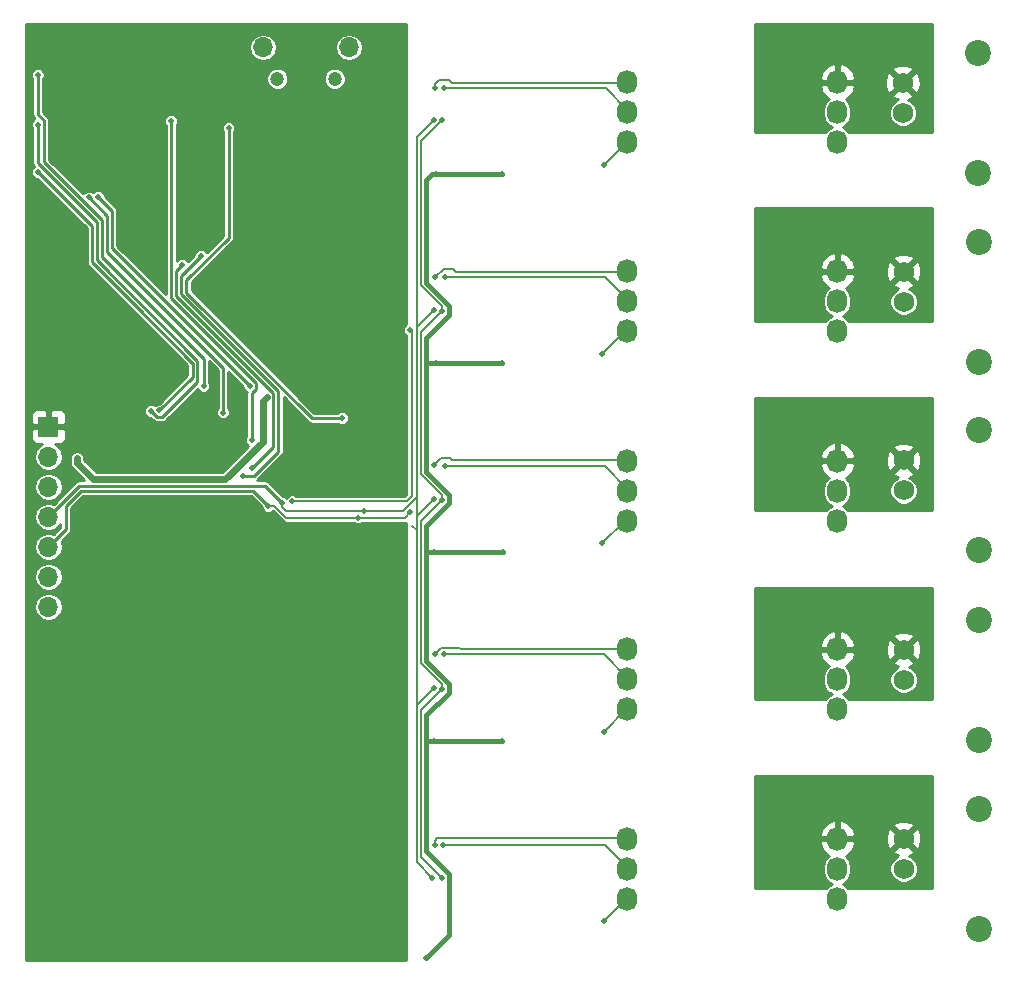
<source format=gbr>
G04 #@! TF.FileFunction,Copper,L2,Bot,Signal*
%FSLAX46Y46*%
G04 Gerber Fmt 4.6, Leading zero omitted, Abs format (unit mm)*
G04 Created by KiCad (PCBNEW 4.0.7-e2-6376~58~ubuntu16.04.1) date Fri Nov 17 10:51:42 2017*
%MOMM*%
%LPD*%
G01*
G04 APERTURE LIST*
%ADD10C,0.100000*%
%ADD11C,1.200000*%
%ADD12O,1.700000X1.700000*%
%ADD13O,1.727200X2.032000*%
%ADD14C,1.727200*%
%ADD15C,2.200000*%
%ADD16R,1.700000X1.700000*%
%ADD17C,0.500000*%
%ADD18C,0.203000*%
%ADD19C,0.254000*%
%ADD20C,0.587000*%
%ADD21C,0.381000*%
G04 APERTURE END LIST*
D10*
D11*
X142315500Y-62421500D03*
X137465500Y-62421500D03*
D12*
X143515500Y-59771500D03*
X136265500Y-59771500D03*
D13*
X167100720Y-62703988D03*
X167100720Y-65243988D03*
X167100720Y-67783988D03*
X184880720Y-62703988D03*
X184880720Y-65243988D03*
X184880720Y-67783988D03*
X167100720Y-78719988D03*
X167100720Y-81259988D03*
X167100720Y-83799988D03*
X184880720Y-78719988D03*
X184880720Y-81259988D03*
X184880720Y-83799988D03*
X167100720Y-94749988D03*
X167100720Y-97289988D03*
X167100720Y-99829988D03*
X184880720Y-94749988D03*
X184880720Y-97289988D03*
X184880720Y-99829988D03*
X167095120Y-110736488D03*
X167095120Y-113276488D03*
X167095120Y-115816488D03*
X184875120Y-110736488D03*
X184875120Y-113276488D03*
X184875120Y-115816488D03*
X167095120Y-126753988D03*
X167095120Y-129293988D03*
X167095120Y-131833988D03*
X184875120Y-126753988D03*
X184875120Y-129293988D03*
X184875120Y-131833988D03*
D14*
X190484000Y-126746000D03*
X190484000Y-129286000D03*
D15*
X196834000Y-124206000D03*
X196834000Y-134366000D03*
D14*
X190484000Y-110744000D03*
X190484000Y-113284000D03*
D15*
X196834000Y-108204000D03*
X196834000Y-118364000D03*
D14*
X190484000Y-78740000D03*
X190484000Y-81280000D03*
D15*
X196834000Y-76200000D03*
X196834000Y-86360000D03*
D14*
X190484000Y-94738000D03*
X190484000Y-97278000D03*
D15*
X196834000Y-92198000D03*
X196834000Y-102358000D03*
D14*
X190420500Y-62738000D03*
X190420500Y-65278000D03*
D15*
X196770500Y-60198000D03*
X196770500Y-70358000D03*
D16*
X118084600Y-91871800D03*
D12*
X118084600Y-94411800D03*
X118084600Y-96951800D03*
X118084600Y-99491800D03*
X118084600Y-102031800D03*
X118084600Y-104571800D03*
X118084600Y-107111800D03*
D17*
X143916400Y-70358000D03*
X143916400Y-72034400D03*
X134747000Y-82118200D03*
X135839200Y-83159600D03*
X119100600Y-67640200D03*
X119100600Y-63601600D03*
X119100600Y-59588400D03*
X125730000Y-96316800D03*
X136550400Y-89331800D03*
X120497600Y-94564200D03*
X144780000Y-99034600D03*
X137871200Y-98336801D03*
X150705706Y-82007657D03*
X150718888Y-65882888D03*
X150701475Y-98013888D03*
X150701959Y-114015404D03*
X150558500Y-130052090D03*
X144272000Y-99568000D03*
X136702800Y-98577400D03*
X148717000Y-99136200D03*
X151384000Y-130048000D03*
X151384000Y-114046000D03*
X151384000Y-98044000D03*
X151384000Y-82042000D03*
X151401413Y-65913000D03*
X165100000Y-69723000D03*
X164973000Y-85725000D03*
X164973000Y-101727000D03*
X165100000Y-117729000D03*
X165100000Y-133731000D03*
X150799800Y-63195200D03*
X151587200Y-63241900D03*
X150850600Y-79197200D03*
X151663400Y-79241900D03*
X150749000Y-95097600D03*
X151638000Y-95241900D03*
X150774400Y-111125000D03*
X151536400Y-111125000D03*
X150774400Y-127279400D03*
X151511000Y-127254000D03*
X135331200Y-95402400D03*
X129409010Y-78181200D03*
X134543800Y-96062800D03*
X131013200Y-77419200D03*
X121488200Y-72466200D03*
X132867400Y-90678000D03*
X122301000Y-72440800D03*
X135153400Y-88417400D03*
X133335982Y-66584782D03*
X142951200Y-91160600D03*
X127482600Y-90500200D03*
X117195600Y-70332600D03*
X126746000Y-90525600D03*
X117170200Y-66294000D03*
X131216400Y-88417400D03*
X117170200Y-62103000D03*
X128473200Y-65989200D03*
X135305800Y-93014800D03*
X150876000Y-86487000D03*
X156464000Y-86487000D03*
X150876000Y-70485000D03*
X156464000Y-70485000D03*
X156591000Y-102489000D03*
X150749000Y-102489000D03*
X156464000Y-118491000D03*
X150749000Y-118491000D03*
X150083000Y-136842500D03*
X148691600Y-83667600D03*
X138734800Y-98196400D03*
D18*
X143916400Y-70358000D02*
X143916400Y-72034400D01*
D19*
X134747000Y-82118200D02*
X134797800Y-82118200D01*
X134797800Y-82118200D02*
X135839200Y-83159600D01*
X119100600Y-67640200D02*
X119100600Y-63601600D01*
X119100600Y-63601600D02*
X119100600Y-63248047D01*
X119100600Y-63248047D02*
X119100600Y-59588400D01*
D20*
X121896647Y-96316800D02*
X125730000Y-96316800D01*
X125730000Y-96316800D02*
X133033734Y-96316800D01*
X133033734Y-96316800D02*
X136208734Y-93141800D01*
X120497600Y-94564200D02*
X120497600Y-94917753D01*
X120497600Y-94917753D02*
X121896647Y-96316800D01*
X136208734Y-93141800D02*
X136208734Y-89673466D01*
X136208734Y-89673466D02*
X136550400Y-89331800D01*
D18*
X137871200Y-98336801D02*
X137871200Y-98690354D01*
X137871200Y-98690354D02*
X138215446Y-99034600D01*
X144780000Y-99034600D02*
X138215446Y-99034600D01*
X149250590Y-99034600D02*
X149250590Y-97612200D01*
X149250590Y-97612200D02*
X149250590Y-83522997D01*
X144780000Y-99034600D02*
X148072826Y-99034600D01*
X148072826Y-99034600D02*
X149250590Y-97856836D01*
X149250590Y-97856836D02*
X149250590Y-97612200D01*
D19*
X137871200Y-98336801D02*
X136424109Y-96889710D01*
X136424109Y-96889710D02*
X120686690Y-96889710D01*
X120686690Y-96889710D02*
X118084600Y-99491800D01*
D18*
X149250590Y-99464773D02*
X149250590Y-99034600D01*
X149250590Y-98924016D02*
X149250590Y-99034600D01*
X149250590Y-115466773D02*
X149250590Y-101066600D01*
X149250590Y-101066600D02*
X149250590Y-99464773D01*
X148894800Y-100304600D02*
X149250590Y-100660390D01*
X149250590Y-100660390D02*
X149250590Y-101066600D01*
X150749000Y-82024587D02*
X150732070Y-82007657D01*
X149250590Y-83462773D02*
X150455707Y-82257656D01*
X149250590Y-83522997D02*
X149250590Y-83462773D01*
X150732070Y-82007657D02*
X150705706Y-82007657D01*
X150455707Y-82257656D02*
X150705706Y-82007657D01*
X149250590Y-83522997D02*
X149250590Y-67351186D01*
X150468889Y-66132887D02*
X150718888Y-65882888D01*
X149250590Y-67351186D02*
X150468889Y-66132887D01*
X150731587Y-97983776D02*
X150701475Y-98013888D01*
X150451476Y-98263887D02*
X150701475Y-98013888D01*
X149250590Y-99464773D02*
X150451476Y-98263887D01*
X150451960Y-114265403D02*
X150701959Y-114015404D01*
X149250590Y-128744180D02*
X149250590Y-115466773D01*
X149250590Y-115466773D02*
X150451960Y-114265403D01*
X150558500Y-130052090D02*
X149250590Y-128744180D01*
X150731587Y-113985776D02*
X150701959Y-114015404D01*
X144272000Y-99568000D02*
X148285200Y-99568000D01*
X148285200Y-99568000D02*
X148717000Y-99136200D01*
X136702800Y-98577400D02*
X137219558Y-98577400D01*
X143918447Y-99568000D02*
X144272000Y-99568000D01*
X137219558Y-98577400D02*
X138210158Y-99568000D01*
X138210158Y-99568000D02*
X143918447Y-99568000D01*
D19*
X118084600Y-102031800D02*
X119557800Y-100558600D01*
X119557800Y-98593350D02*
X119557800Y-100558600D01*
X120855030Y-97296120D02*
X119557800Y-98593350D01*
X136702800Y-98577400D02*
X135421520Y-97296120D01*
X135421520Y-97296120D02*
X120855030Y-97296120D01*
D18*
X149606000Y-83820000D02*
X151384000Y-82042000D01*
X149606000Y-95912447D02*
X149606000Y-83820000D01*
X151384000Y-98044000D02*
X151384000Y-97690447D01*
X151384000Y-97690447D02*
X149606000Y-95912447D01*
X149606000Y-79910447D02*
X149606000Y-67708413D01*
X149606000Y-67708413D02*
X151401413Y-65913000D01*
X151384000Y-82042000D02*
X151384000Y-81688447D01*
X151384000Y-81688447D02*
X149606000Y-79910447D01*
X149606000Y-111914447D02*
X149606000Y-99822000D01*
X149606000Y-99822000D02*
X151384000Y-98044000D01*
X151384000Y-114046000D02*
X151384000Y-113692447D01*
X151384000Y-113692447D02*
X149606000Y-111914447D01*
X151384000Y-114046000D02*
X149606000Y-115824000D01*
X149606000Y-115824000D02*
X149606000Y-128270000D01*
X149606000Y-128270000D02*
X151384000Y-130048000D01*
X151384000Y-65930413D02*
X151401413Y-65913000D01*
X165100000Y-69723000D02*
X167039012Y-67783988D01*
X167039012Y-67783988D02*
X167100720Y-67783988D01*
X164973000Y-85725000D02*
X166898012Y-83799988D01*
X166898012Y-83799988D02*
X167100720Y-83799988D01*
X164973000Y-101727000D02*
X166870012Y-99829988D01*
X166870012Y-99829988D02*
X167100720Y-99829988D01*
X165100000Y-117729000D02*
X167012512Y-115816488D01*
X167012512Y-115816488D02*
X167095120Y-115816488D01*
X165100000Y-133731000D02*
X166997012Y-131833988D01*
X166997012Y-131833988D02*
X167095120Y-131833988D01*
X152247600Y-62738000D02*
X153416000Y-62738000D01*
X151155400Y-62484000D02*
X151993600Y-62484000D01*
X151993600Y-62484000D02*
X152247600Y-62738000D01*
X150903447Y-62735953D02*
X151155400Y-62484000D01*
X150903447Y-62738000D02*
X150903447Y-62735953D01*
X150799800Y-63195200D02*
X150799800Y-62841647D01*
X150799800Y-62841647D02*
X150903447Y-62738000D01*
X153416000Y-62738000D02*
X167195500Y-62738000D01*
X151587200Y-63241900D02*
X165251032Y-63241900D01*
X165251032Y-63241900D02*
X167100720Y-65091588D01*
X167100720Y-65091588D02*
X167100720Y-65243988D01*
X150850600Y-79197200D02*
X151561800Y-78486000D01*
X151561800Y-78486000D02*
X152376600Y-78486000D01*
X152376600Y-78486000D02*
X152628600Y-78738000D01*
X152628600Y-78738000D02*
X153418000Y-78738000D01*
X153416000Y-78740000D02*
X153418000Y-78738000D01*
X167195500Y-78738000D02*
X153418000Y-78738000D01*
X151663400Y-79241900D02*
X165235032Y-79241900D01*
X165235032Y-79241900D02*
X167100720Y-81107588D01*
X167100720Y-81107588D02*
X167100720Y-81259988D01*
X167195500Y-94738000D02*
X152247600Y-94738000D01*
X152247600Y-94738000D02*
X152048400Y-94538800D01*
X152048400Y-94538800D02*
X151307800Y-94538800D01*
X151307800Y-94538800D02*
X150749000Y-95097600D01*
X151638000Y-95241900D02*
X165205032Y-95241900D01*
X165205032Y-95241900D02*
X167100720Y-97137588D01*
X167100720Y-97137588D02*
X167100720Y-97289988D01*
X150774400Y-111125000D02*
X151278301Y-110621099D01*
X151278301Y-110621099D02*
X152860599Y-110621099D01*
X152860599Y-110621099D02*
X152977500Y-110738000D01*
X152977500Y-110738000D02*
X153168000Y-110738000D01*
X153168000Y-110738000D02*
X167195500Y-110738000D01*
X151536400Y-111125000D02*
X165096032Y-111125000D01*
X165096032Y-111125000D02*
X167095120Y-113124088D01*
X167095120Y-113124088D02*
X167095120Y-113276488D01*
X150774400Y-127279400D02*
X150774400Y-126925847D01*
X150962247Y-126738000D02*
X153289000Y-126738000D01*
X150774400Y-126925847D02*
X150962247Y-126738000D01*
X153289000Y-126738000D02*
X167195500Y-126738000D01*
X151511000Y-127254000D02*
X165207532Y-127254000D01*
X165207532Y-127254000D02*
X167095120Y-129141588D01*
X167095120Y-129141588D02*
X167095120Y-129293988D01*
X151511000Y-127254000D02*
X151892000Y-127254000D01*
D19*
X135331200Y-95402400D02*
X137123309Y-93610291D01*
X137123309Y-93610291D02*
X137123309Y-89050559D01*
X137123309Y-89050559D02*
X128879610Y-80806860D01*
X128879610Y-80806860D02*
X128879610Y-78710600D01*
X128879610Y-78710600D02*
X129409010Y-78181200D01*
X131013200Y-77419200D02*
X129286020Y-79146380D01*
X137529719Y-88863319D02*
X137529719Y-93987395D01*
X129286020Y-79146380D02*
X129286020Y-80619620D01*
X129286020Y-80619620D02*
X137529719Y-88863319D01*
X137529719Y-93987395D02*
X135454314Y-96062800D01*
X135454314Y-96062800D02*
X134543800Y-96062800D01*
X121488200Y-72466200D02*
X123037600Y-74015600D01*
X123037600Y-74015600D02*
X123037600Y-77063600D01*
X123037600Y-77063600D02*
X132867400Y-86893400D01*
X132867400Y-86893400D02*
X132867400Y-87249000D01*
X132867400Y-87249000D02*
X132867400Y-90678000D01*
X123469400Y-73609200D02*
X122301000Y-72440800D01*
X123469400Y-73609200D02*
X123469400Y-76733400D01*
X123469400Y-76733400D02*
X126517400Y-79781400D01*
X135153400Y-88417400D02*
X126517400Y-79781400D01*
X142951200Y-91160600D02*
X140401750Y-91160600D01*
X140401750Y-91160600D02*
X129768600Y-80527450D01*
X129768600Y-80527450D02*
X129768600Y-79447314D01*
X129768600Y-79447314D02*
X133335982Y-75879932D01*
X133335982Y-75879932D02*
X133335982Y-66584782D01*
X130280589Y-87630000D02*
X130280589Y-86448141D01*
X127482600Y-90500200D02*
X130280589Y-87702211D01*
X130280589Y-87702211D02*
X130280589Y-87630000D01*
X121767580Y-77935132D02*
X121767580Y-74904580D01*
X121767580Y-74904580D02*
X119024380Y-72161380D01*
X125501400Y-81668952D02*
X121767580Y-77935132D01*
X119024380Y-72161380D02*
X117195600Y-70332600D01*
X125501400Y-81686400D02*
X125501400Y-81668952D01*
X130280589Y-86448141D02*
X130263141Y-86448141D01*
X130263141Y-86448141D02*
X125501400Y-81686400D01*
X130686999Y-86279801D02*
X130686999Y-87782400D01*
X126746000Y-90525600D02*
X127250001Y-91029601D01*
X127250001Y-91029601D02*
X127736713Y-91029601D01*
X127736713Y-91029601D02*
X130686999Y-88079315D01*
X130686999Y-88079315D02*
X130686999Y-87782400D01*
X117170200Y-66294000D02*
X117170200Y-69523686D01*
X117170200Y-69523686D02*
X122173990Y-74527476D01*
X122173990Y-74527476D02*
X122173990Y-77766792D01*
X122173990Y-77766792D02*
X130686999Y-86279801D01*
X131216400Y-88417400D02*
X131216400Y-86172750D01*
X117690264Y-69469000D02*
X117699601Y-69459663D01*
X131216400Y-86172750D02*
X122580400Y-77536750D01*
X117699601Y-65959801D02*
X117170200Y-65430400D01*
X122580400Y-77536750D02*
X122580400Y-74345800D01*
X117699601Y-69459663D02*
X117699601Y-65959801D01*
X122580400Y-74345800D02*
X117703600Y-69469000D01*
X117703600Y-69469000D02*
X117690264Y-69469000D01*
X117170200Y-65430400D02*
X117170200Y-62103000D01*
X135682801Y-88184801D02*
X128473200Y-80975200D01*
X128473200Y-80975200D02*
X128473200Y-65989200D01*
X135305800Y-93014800D02*
X135305800Y-89048514D01*
X135305800Y-89048514D02*
X135682801Y-88671513D01*
X135682801Y-88671513D02*
X135682801Y-88184801D01*
D21*
X150050410Y-84366190D02*
X150050410Y-86487000D01*
X150050410Y-86487000D02*
X150050410Y-95728367D01*
X150876000Y-86487000D02*
X150522447Y-86487000D01*
X150522447Y-86487000D02*
X150050410Y-86487000D01*
X150050410Y-100255084D02*
X150050410Y-102489000D01*
X150050410Y-102489000D02*
X150050410Y-111721810D01*
X150395447Y-102489000D02*
X150050410Y-102489000D01*
X151976901Y-81652858D02*
X151976901Y-82439699D01*
X151976901Y-82439699D02*
X150050410Y-84366190D01*
X150050410Y-95728367D02*
X151976901Y-97654858D01*
X151976901Y-97654858D02*
X151976901Y-98328593D01*
X151976901Y-98328593D02*
X150050410Y-100255084D01*
X150050410Y-111721810D02*
X151976901Y-113648301D01*
X150876000Y-86487000D02*
X151229553Y-86487000D01*
X151229553Y-86487000D02*
X156464000Y-86487000D01*
X150749000Y-102489000D02*
X150395447Y-102489000D01*
X150050410Y-116319390D02*
X150050410Y-118491000D01*
X150050410Y-118491000D02*
X150050410Y-127836916D01*
X150749000Y-118491000D02*
X150395447Y-118491000D01*
X150395447Y-118491000D02*
X150050410Y-118491000D01*
X150876000Y-70485000D02*
X150522447Y-70485000D01*
X151976901Y-134948599D02*
X150083000Y-136842500D01*
X151976901Y-114392899D02*
X150050410Y-116319390D01*
X150522447Y-70485000D02*
X150050410Y-70957037D01*
X150050410Y-70957037D02*
X150050410Y-79726367D01*
X150050410Y-79726367D02*
X151976901Y-81652858D01*
X150050410Y-127836916D02*
X151976901Y-129763407D01*
X151976901Y-113648301D02*
X151976901Y-114392899D01*
X151976901Y-129763407D02*
X151976901Y-134948599D01*
X150876000Y-70485000D02*
X156464000Y-70485000D01*
X150749000Y-102489000D02*
X156591000Y-102489000D01*
X150749000Y-118491000D02*
X151102553Y-118491000D01*
X151102553Y-118491000D02*
X156464000Y-118491000D01*
D18*
X148895180Y-83871180D02*
X148691600Y-83667600D01*
X138734800Y-98196400D02*
X148408402Y-98196400D01*
X148408402Y-98196400D02*
X148895180Y-97709622D01*
X148895180Y-97709622D02*
X148895180Y-83871180D01*
D19*
G36*
X148336000Y-83202767D02*
X148200017Y-83338514D01*
X148111501Y-83551685D01*
X148111299Y-83782503D01*
X148199443Y-83995828D01*
X148336000Y-84132623D01*
X148336000Y-97658286D01*
X148229586Y-97764700D01*
X139123665Y-97764700D01*
X139063886Y-97704817D01*
X138850715Y-97616301D01*
X138619897Y-97616099D01*
X138406572Y-97704243D01*
X138243217Y-97867314D01*
X138237085Y-97882081D01*
X138200286Y-97845218D01*
X137987115Y-97756702D01*
X137937636Y-97756659D01*
X136747398Y-96566421D01*
X136599072Y-96467312D01*
X136424109Y-96432510D01*
X135708130Y-96432510D01*
X135777603Y-96386089D01*
X137853008Y-94310684D01*
X137952117Y-94162358D01*
X137986919Y-93987395D01*
X137986919Y-89392347D01*
X140078461Y-91483889D01*
X140226787Y-91582998D01*
X140401750Y-91617800D01*
X142587791Y-91617800D01*
X142622114Y-91652183D01*
X142835285Y-91740699D01*
X143066103Y-91740901D01*
X143279428Y-91652757D01*
X143442783Y-91489686D01*
X143531299Y-91276515D01*
X143531501Y-91045697D01*
X143443357Y-90832372D01*
X143280286Y-90669017D01*
X143067115Y-90580501D01*
X142836297Y-90580299D01*
X142622972Y-90668443D01*
X142587954Y-90703400D01*
X140591128Y-90703400D01*
X130225800Y-80338072D01*
X130225800Y-79636692D01*
X133659271Y-76203221D01*
X133758380Y-76054895D01*
X133793182Y-75879932D01*
X133793182Y-66948191D01*
X133827565Y-66913868D01*
X133916081Y-66700697D01*
X133916283Y-66469879D01*
X133828139Y-66256554D01*
X133665068Y-66093199D01*
X133451897Y-66004683D01*
X133221079Y-66004481D01*
X133007754Y-66092625D01*
X132844399Y-66255696D01*
X132755883Y-66468867D01*
X132755681Y-66699685D01*
X132843825Y-66913010D01*
X132878782Y-66948028D01*
X132878782Y-75690554D01*
X131491872Y-77077464D01*
X131342286Y-76927617D01*
X131129115Y-76839101D01*
X130898297Y-76838899D01*
X130684972Y-76927043D01*
X130521617Y-77090114D01*
X130433101Y-77303285D01*
X130433058Y-77352764D01*
X129910431Y-77875391D01*
X129901167Y-77852972D01*
X129738096Y-77689617D01*
X129524925Y-77601101D01*
X129294107Y-77600899D01*
X129080782Y-77689043D01*
X128930400Y-77839164D01*
X128930400Y-66352609D01*
X128964783Y-66318286D01*
X129053299Y-66105115D01*
X129053501Y-65874297D01*
X128965357Y-65660972D01*
X128802286Y-65497617D01*
X128589115Y-65409101D01*
X128358297Y-65408899D01*
X128144972Y-65497043D01*
X127981617Y-65660114D01*
X127893101Y-65873285D01*
X127892899Y-66104103D01*
X127981043Y-66317428D01*
X128016000Y-66352446D01*
X128016000Y-80633422D01*
X123926600Y-76544022D01*
X123926600Y-73609200D01*
X123891798Y-73434237D01*
X123792689Y-73285911D01*
X122881258Y-72374480D01*
X122881301Y-72325897D01*
X122793157Y-72112572D01*
X122630086Y-71949217D01*
X122416915Y-71860701D01*
X122186097Y-71860499D01*
X121972772Y-71948643D01*
X121881907Y-72039350D01*
X121817286Y-71974617D01*
X121604115Y-71886101D01*
X121373297Y-71885899D01*
X121159972Y-71974043D01*
X121007464Y-72126286D01*
X118156801Y-69275623D01*
X118156801Y-65959801D01*
X118121999Y-65784838D01*
X118022890Y-65636512D01*
X117627400Y-65241022D01*
X117627400Y-62605717D01*
X136535139Y-62605717D01*
X136676455Y-62947728D01*
X136937896Y-63209626D01*
X137279660Y-63351538D01*
X137649717Y-63351861D01*
X137991728Y-63210545D01*
X138253626Y-62949104D01*
X138395538Y-62607340D01*
X138395539Y-62605717D01*
X141385139Y-62605717D01*
X141526455Y-62947728D01*
X141787896Y-63209626D01*
X142129660Y-63351538D01*
X142499717Y-63351861D01*
X142841728Y-63210545D01*
X143103626Y-62949104D01*
X143245538Y-62607340D01*
X143245861Y-62237283D01*
X143104545Y-61895272D01*
X142843104Y-61633374D01*
X142501340Y-61491462D01*
X142131283Y-61491139D01*
X141789272Y-61632455D01*
X141527374Y-61893896D01*
X141385462Y-62235660D01*
X141385139Y-62605717D01*
X138395539Y-62605717D01*
X138395861Y-62237283D01*
X138254545Y-61895272D01*
X137993104Y-61633374D01*
X137651340Y-61491462D01*
X137281283Y-61491139D01*
X136939272Y-61632455D01*
X136677374Y-61893896D01*
X136535462Y-62235660D01*
X136535139Y-62605717D01*
X117627400Y-62605717D01*
X117627400Y-62466409D01*
X117661783Y-62432086D01*
X117750299Y-62218915D01*
X117750501Y-61988097D01*
X117662357Y-61774772D01*
X117499286Y-61611417D01*
X117286115Y-61522901D01*
X117055297Y-61522699D01*
X116841972Y-61610843D01*
X116678617Y-61773914D01*
X116590101Y-61987085D01*
X116589899Y-62217903D01*
X116678043Y-62431228D01*
X116713000Y-62466246D01*
X116713000Y-65430400D01*
X116747802Y-65605363D01*
X116846911Y-65753689D01*
X116879542Y-65786320D01*
X116841972Y-65801843D01*
X116678617Y-65964914D01*
X116590101Y-66178085D01*
X116589899Y-66408903D01*
X116678043Y-66622228D01*
X116713000Y-66657246D01*
X116713000Y-69523686D01*
X116747802Y-69698649D01*
X116846911Y-69846975D01*
X116853864Y-69853928D01*
X116704017Y-70003514D01*
X116615501Y-70216685D01*
X116615299Y-70447503D01*
X116703443Y-70660828D01*
X116866514Y-70824183D01*
X117079685Y-70912699D01*
X117129164Y-70912742D01*
X118701090Y-72484669D01*
X118701093Y-72484671D01*
X121310380Y-75093958D01*
X121310380Y-77935132D01*
X121345182Y-78110095D01*
X121444291Y-78258421D01*
X125142976Y-81957106D01*
X125178111Y-82009689D01*
X129823389Y-86654967D01*
X129823389Y-87512833D01*
X127416280Y-89919942D01*
X127367697Y-89919899D01*
X127154372Y-90008043D01*
X127101673Y-90060650D01*
X127075086Y-90034017D01*
X126861915Y-89945501D01*
X126631097Y-89945299D01*
X126417772Y-90033443D01*
X126254417Y-90196514D01*
X126165901Y-90409685D01*
X126165699Y-90640503D01*
X126253843Y-90853828D01*
X126416914Y-91017183D01*
X126630085Y-91105699D01*
X126679564Y-91105742D01*
X126926712Y-91352890D01*
X127075038Y-91451999D01*
X127250001Y-91486801D01*
X127736713Y-91486801D01*
X127911676Y-91451999D01*
X128060002Y-91352890D01*
X130707584Y-88705309D01*
X130724243Y-88745628D01*
X130887314Y-88908983D01*
X131100485Y-88997499D01*
X131331303Y-88997701D01*
X131544628Y-88909557D01*
X131707983Y-88746486D01*
X131796499Y-88533315D01*
X131796701Y-88302497D01*
X131708557Y-88089172D01*
X131673600Y-88054154D01*
X131673600Y-86346179D01*
X132410200Y-87082779D01*
X132410200Y-90314591D01*
X132375817Y-90348914D01*
X132287301Y-90562085D01*
X132287099Y-90792903D01*
X132375243Y-91006228D01*
X132538314Y-91169583D01*
X132751485Y-91258099D01*
X132982303Y-91258301D01*
X133195628Y-91170157D01*
X133358983Y-91007086D01*
X133447499Y-90793915D01*
X133447701Y-90563097D01*
X133359557Y-90349772D01*
X133324600Y-90314754D01*
X133324600Y-87235178D01*
X134573142Y-88483720D01*
X134573099Y-88532303D01*
X134661243Y-88745628D01*
X134824314Y-88908983D01*
X134872384Y-88928943D01*
X134848600Y-89048514D01*
X134848600Y-92651391D01*
X134814217Y-92685714D01*
X134725701Y-92898885D01*
X134725499Y-93129703D01*
X134813643Y-93343028D01*
X134969416Y-93499073D01*
X132775390Y-95693100D01*
X122154992Y-95693100D01*
X121121300Y-94659409D01*
X121121300Y-94564200D01*
X121073824Y-94325520D01*
X120938622Y-94123178D01*
X120736280Y-93987976D01*
X120497600Y-93940500D01*
X120258920Y-93987976D01*
X120056578Y-94123178D01*
X119921376Y-94325520D01*
X119873900Y-94564200D01*
X119873900Y-94917753D01*
X119905996Y-95079111D01*
X119921376Y-95156433D01*
X120056578Y-95358775D01*
X121130312Y-96432510D01*
X120686690Y-96432510D01*
X120511727Y-96467312D01*
X120363401Y-96566421D01*
X118533525Y-98396297D01*
X118107721Y-98311600D01*
X118061479Y-98311600D01*
X117609836Y-98401437D01*
X117226952Y-98657273D01*
X116971116Y-99040157D01*
X116881279Y-99491800D01*
X116971116Y-99943443D01*
X117226952Y-100326327D01*
X117609836Y-100582163D01*
X118061479Y-100672000D01*
X118107721Y-100672000D01*
X118559364Y-100582163D01*
X118942248Y-100326327D01*
X119100600Y-100089337D01*
X119100600Y-100369221D01*
X118533524Y-100936297D01*
X118107721Y-100851600D01*
X118061479Y-100851600D01*
X117609836Y-100941437D01*
X117226952Y-101197273D01*
X116971116Y-101580157D01*
X116881279Y-102031800D01*
X116971116Y-102483443D01*
X117226952Y-102866327D01*
X117609836Y-103122163D01*
X118061479Y-103212000D01*
X118107721Y-103212000D01*
X118559364Y-103122163D01*
X118942248Y-102866327D01*
X119198084Y-102483443D01*
X119287921Y-102031800D01*
X119198084Y-101580157D01*
X119191971Y-101571008D01*
X119881089Y-100881890D01*
X119980198Y-100733563D01*
X120015000Y-100558600D01*
X120015000Y-98782728D01*
X121044408Y-97753320D01*
X135232142Y-97753320D01*
X136122542Y-98643720D01*
X136122499Y-98692303D01*
X136210643Y-98905628D01*
X136373714Y-99068983D01*
X136586885Y-99157499D01*
X136817703Y-99157701D01*
X137031028Y-99069557D01*
X137066144Y-99034502D01*
X137904900Y-99873258D01*
X138044953Y-99966839D01*
X138210158Y-99999700D01*
X143883135Y-99999700D01*
X143942914Y-100059583D01*
X144156085Y-100148099D01*
X144386903Y-100148301D01*
X144600228Y-100060157D01*
X144660790Y-99999700D01*
X148285200Y-99999700D01*
X148336000Y-99989595D01*
X148336000Y-137033000D01*
X116157200Y-137033000D01*
X116157200Y-107111800D01*
X116881279Y-107111800D01*
X116971116Y-107563443D01*
X117226952Y-107946327D01*
X117609836Y-108202163D01*
X118061479Y-108292000D01*
X118107721Y-108292000D01*
X118559364Y-108202163D01*
X118942248Y-107946327D01*
X119198084Y-107563443D01*
X119287921Y-107111800D01*
X119198084Y-106660157D01*
X118942248Y-106277273D01*
X118559364Y-106021437D01*
X118107721Y-105931600D01*
X118061479Y-105931600D01*
X117609836Y-106021437D01*
X117226952Y-106277273D01*
X116971116Y-106660157D01*
X116881279Y-107111800D01*
X116157200Y-107111800D01*
X116157200Y-104571800D01*
X116881279Y-104571800D01*
X116971116Y-105023443D01*
X117226952Y-105406327D01*
X117609836Y-105662163D01*
X118061479Y-105752000D01*
X118107721Y-105752000D01*
X118559364Y-105662163D01*
X118942248Y-105406327D01*
X119198084Y-105023443D01*
X119287921Y-104571800D01*
X119198084Y-104120157D01*
X118942248Y-103737273D01*
X118559364Y-103481437D01*
X118107721Y-103391600D01*
X118061479Y-103391600D01*
X117609836Y-103481437D01*
X117226952Y-103737273D01*
X116971116Y-104120157D01*
X116881279Y-104571800D01*
X116157200Y-104571800D01*
X116157200Y-96951800D01*
X116881279Y-96951800D01*
X116971116Y-97403443D01*
X117226952Y-97786327D01*
X117609836Y-98042163D01*
X118061479Y-98132000D01*
X118107721Y-98132000D01*
X118559364Y-98042163D01*
X118942248Y-97786327D01*
X119198084Y-97403443D01*
X119287921Y-96951800D01*
X119198084Y-96500157D01*
X118942248Y-96117273D01*
X118559364Y-95861437D01*
X118107721Y-95771600D01*
X118061479Y-95771600D01*
X117609836Y-95861437D01*
X117226952Y-96117273D01*
X116971116Y-96500157D01*
X116881279Y-96951800D01*
X116157200Y-96951800D01*
X116157200Y-92157550D01*
X116599600Y-92157550D01*
X116599600Y-92848110D01*
X116696273Y-93081499D01*
X116874902Y-93260127D01*
X117108291Y-93356800D01*
X117556912Y-93356800D01*
X117226952Y-93577273D01*
X116971116Y-93960157D01*
X116881279Y-94411800D01*
X116971116Y-94863443D01*
X117226952Y-95246327D01*
X117609836Y-95502163D01*
X118061479Y-95592000D01*
X118107721Y-95592000D01*
X118559364Y-95502163D01*
X118942248Y-95246327D01*
X119198084Y-94863443D01*
X119287921Y-94411800D01*
X119198084Y-93960157D01*
X118942248Y-93577273D01*
X118612288Y-93356800D01*
X119060909Y-93356800D01*
X119294298Y-93260127D01*
X119472927Y-93081499D01*
X119569600Y-92848110D01*
X119569600Y-92157550D01*
X119410850Y-91998800D01*
X118211600Y-91998800D01*
X118211600Y-92018800D01*
X117957600Y-92018800D01*
X117957600Y-91998800D01*
X116758350Y-91998800D01*
X116599600Y-92157550D01*
X116157200Y-92157550D01*
X116157200Y-90895490D01*
X116599600Y-90895490D01*
X116599600Y-91586050D01*
X116758350Y-91744800D01*
X117957600Y-91744800D01*
X117957600Y-90545550D01*
X118211600Y-90545550D01*
X118211600Y-91744800D01*
X119410850Y-91744800D01*
X119569600Y-91586050D01*
X119569600Y-90895490D01*
X119472927Y-90662101D01*
X119294298Y-90483473D01*
X119060909Y-90386800D01*
X118370350Y-90386800D01*
X118211600Y-90545550D01*
X117957600Y-90545550D01*
X117798850Y-90386800D01*
X117108291Y-90386800D01*
X116874902Y-90483473D01*
X116696273Y-90662101D01*
X116599600Y-90895490D01*
X116157200Y-90895490D01*
X116157200Y-59771500D01*
X135062179Y-59771500D01*
X135152016Y-60223143D01*
X135407852Y-60606027D01*
X135790736Y-60861863D01*
X136242379Y-60951700D01*
X136288621Y-60951700D01*
X136740264Y-60861863D01*
X137123148Y-60606027D01*
X137378984Y-60223143D01*
X137468821Y-59771500D01*
X142312179Y-59771500D01*
X142402016Y-60223143D01*
X142657852Y-60606027D01*
X143040736Y-60861863D01*
X143492379Y-60951700D01*
X143538621Y-60951700D01*
X143990264Y-60861863D01*
X144373148Y-60606027D01*
X144628984Y-60223143D01*
X144718821Y-59771500D01*
X144628984Y-59319857D01*
X144373148Y-58936973D01*
X143990264Y-58681137D01*
X143538621Y-58591300D01*
X143492379Y-58591300D01*
X143040736Y-58681137D01*
X142657852Y-58936973D01*
X142402016Y-59319857D01*
X142312179Y-59771500D01*
X137468821Y-59771500D01*
X137378984Y-59319857D01*
X137123148Y-58936973D01*
X136740264Y-58681137D01*
X136288621Y-58591300D01*
X136242379Y-58591300D01*
X135790736Y-58681137D01*
X135407852Y-58936973D01*
X135152016Y-59319857D01*
X135062179Y-59771500D01*
X116157200Y-59771500D01*
X116157200Y-57809200D01*
X148336000Y-57809200D01*
X148336000Y-83202767D01*
X148336000Y-83202767D01*
G37*
X148336000Y-83202767D02*
X148200017Y-83338514D01*
X148111501Y-83551685D01*
X148111299Y-83782503D01*
X148199443Y-83995828D01*
X148336000Y-84132623D01*
X148336000Y-97658286D01*
X148229586Y-97764700D01*
X139123665Y-97764700D01*
X139063886Y-97704817D01*
X138850715Y-97616301D01*
X138619897Y-97616099D01*
X138406572Y-97704243D01*
X138243217Y-97867314D01*
X138237085Y-97882081D01*
X138200286Y-97845218D01*
X137987115Y-97756702D01*
X137937636Y-97756659D01*
X136747398Y-96566421D01*
X136599072Y-96467312D01*
X136424109Y-96432510D01*
X135708130Y-96432510D01*
X135777603Y-96386089D01*
X137853008Y-94310684D01*
X137952117Y-94162358D01*
X137986919Y-93987395D01*
X137986919Y-89392347D01*
X140078461Y-91483889D01*
X140226787Y-91582998D01*
X140401750Y-91617800D01*
X142587791Y-91617800D01*
X142622114Y-91652183D01*
X142835285Y-91740699D01*
X143066103Y-91740901D01*
X143279428Y-91652757D01*
X143442783Y-91489686D01*
X143531299Y-91276515D01*
X143531501Y-91045697D01*
X143443357Y-90832372D01*
X143280286Y-90669017D01*
X143067115Y-90580501D01*
X142836297Y-90580299D01*
X142622972Y-90668443D01*
X142587954Y-90703400D01*
X140591128Y-90703400D01*
X130225800Y-80338072D01*
X130225800Y-79636692D01*
X133659271Y-76203221D01*
X133758380Y-76054895D01*
X133793182Y-75879932D01*
X133793182Y-66948191D01*
X133827565Y-66913868D01*
X133916081Y-66700697D01*
X133916283Y-66469879D01*
X133828139Y-66256554D01*
X133665068Y-66093199D01*
X133451897Y-66004683D01*
X133221079Y-66004481D01*
X133007754Y-66092625D01*
X132844399Y-66255696D01*
X132755883Y-66468867D01*
X132755681Y-66699685D01*
X132843825Y-66913010D01*
X132878782Y-66948028D01*
X132878782Y-75690554D01*
X131491872Y-77077464D01*
X131342286Y-76927617D01*
X131129115Y-76839101D01*
X130898297Y-76838899D01*
X130684972Y-76927043D01*
X130521617Y-77090114D01*
X130433101Y-77303285D01*
X130433058Y-77352764D01*
X129910431Y-77875391D01*
X129901167Y-77852972D01*
X129738096Y-77689617D01*
X129524925Y-77601101D01*
X129294107Y-77600899D01*
X129080782Y-77689043D01*
X128930400Y-77839164D01*
X128930400Y-66352609D01*
X128964783Y-66318286D01*
X129053299Y-66105115D01*
X129053501Y-65874297D01*
X128965357Y-65660972D01*
X128802286Y-65497617D01*
X128589115Y-65409101D01*
X128358297Y-65408899D01*
X128144972Y-65497043D01*
X127981617Y-65660114D01*
X127893101Y-65873285D01*
X127892899Y-66104103D01*
X127981043Y-66317428D01*
X128016000Y-66352446D01*
X128016000Y-80633422D01*
X123926600Y-76544022D01*
X123926600Y-73609200D01*
X123891798Y-73434237D01*
X123792689Y-73285911D01*
X122881258Y-72374480D01*
X122881301Y-72325897D01*
X122793157Y-72112572D01*
X122630086Y-71949217D01*
X122416915Y-71860701D01*
X122186097Y-71860499D01*
X121972772Y-71948643D01*
X121881907Y-72039350D01*
X121817286Y-71974617D01*
X121604115Y-71886101D01*
X121373297Y-71885899D01*
X121159972Y-71974043D01*
X121007464Y-72126286D01*
X118156801Y-69275623D01*
X118156801Y-65959801D01*
X118121999Y-65784838D01*
X118022890Y-65636512D01*
X117627400Y-65241022D01*
X117627400Y-62605717D01*
X136535139Y-62605717D01*
X136676455Y-62947728D01*
X136937896Y-63209626D01*
X137279660Y-63351538D01*
X137649717Y-63351861D01*
X137991728Y-63210545D01*
X138253626Y-62949104D01*
X138395538Y-62607340D01*
X138395539Y-62605717D01*
X141385139Y-62605717D01*
X141526455Y-62947728D01*
X141787896Y-63209626D01*
X142129660Y-63351538D01*
X142499717Y-63351861D01*
X142841728Y-63210545D01*
X143103626Y-62949104D01*
X143245538Y-62607340D01*
X143245861Y-62237283D01*
X143104545Y-61895272D01*
X142843104Y-61633374D01*
X142501340Y-61491462D01*
X142131283Y-61491139D01*
X141789272Y-61632455D01*
X141527374Y-61893896D01*
X141385462Y-62235660D01*
X141385139Y-62605717D01*
X138395539Y-62605717D01*
X138395861Y-62237283D01*
X138254545Y-61895272D01*
X137993104Y-61633374D01*
X137651340Y-61491462D01*
X137281283Y-61491139D01*
X136939272Y-61632455D01*
X136677374Y-61893896D01*
X136535462Y-62235660D01*
X136535139Y-62605717D01*
X117627400Y-62605717D01*
X117627400Y-62466409D01*
X117661783Y-62432086D01*
X117750299Y-62218915D01*
X117750501Y-61988097D01*
X117662357Y-61774772D01*
X117499286Y-61611417D01*
X117286115Y-61522901D01*
X117055297Y-61522699D01*
X116841972Y-61610843D01*
X116678617Y-61773914D01*
X116590101Y-61987085D01*
X116589899Y-62217903D01*
X116678043Y-62431228D01*
X116713000Y-62466246D01*
X116713000Y-65430400D01*
X116747802Y-65605363D01*
X116846911Y-65753689D01*
X116879542Y-65786320D01*
X116841972Y-65801843D01*
X116678617Y-65964914D01*
X116590101Y-66178085D01*
X116589899Y-66408903D01*
X116678043Y-66622228D01*
X116713000Y-66657246D01*
X116713000Y-69523686D01*
X116747802Y-69698649D01*
X116846911Y-69846975D01*
X116853864Y-69853928D01*
X116704017Y-70003514D01*
X116615501Y-70216685D01*
X116615299Y-70447503D01*
X116703443Y-70660828D01*
X116866514Y-70824183D01*
X117079685Y-70912699D01*
X117129164Y-70912742D01*
X118701090Y-72484669D01*
X118701093Y-72484671D01*
X121310380Y-75093958D01*
X121310380Y-77935132D01*
X121345182Y-78110095D01*
X121444291Y-78258421D01*
X125142976Y-81957106D01*
X125178111Y-82009689D01*
X129823389Y-86654967D01*
X129823389Y-87512833D01*
X127416280Y-89919942D01*
X127367697Y-89919899D01*
X127154372Y-90008043D01*
X127101673Y-90060650D01*
X127075086Y-90034017D01*
X126861915Y-89945501D01*
X126631097Y-89945299D01*
X126417772Y-90033443D01*
X126254417Y-90196514D01*
X126165901Y-90409685D01*
X126165699Y-90640503D01*
X126253843Y-90853828D01*
X126416914Y-91017183D01*
X126630085Y-91105699D01*
X126679564Y-91105742D01*
X126926712Y-91352890D01*
X127075038Y-91451999D01*
X127250001Y-91486801D01*
X127736713Y-91486801D01*
X127911676Y-91451999D01*
X128060002Y-91352890D01*
X130707584Y-88705309D01*
X130724243Y-88745628D01*
X130887314Y-88908983D01*
X131100485Y-88997499D01*
X131331303Y-88997701D01*
X131544628Y-88909557D01*
X131707983Y-88746486D01*
X131796499Y-88533315D01*
X131796701Y-88302497D01*
X131708557Y-88089172D01*
X131673600Y-88054154D01*
X131673600Y-86346179D01*
X132410200Y-87082779D01*
X132410200Y-90314591D01*
X132375817Y-90348914D01*
X132287301Y-90562085D01*
X132287099Y-90792903D01*
X132375243Y-91006228D01*
X132538314Y-91169583D01*
X132751485Y-91258099D01*
X132982303Y-91258301D01*
X133195628Y-91170157D01*
X133358983Y-91007086D01*
X133447499Y-90793915D01*
X133447701Y-90563097D01*
X133359557Y-90349772D01*
X133324600Y-90314754D01*
X133324600Y-87235178D01*
X134573142Y-88483720D01*
X134573099Y-88532303D01*
X134661243Y-88745628D01*
X134824314Y-88908983D01*
X134872384Y-88928943D01*
X134848600Y-89048514D01*
X134848600Y-92651391D01*
X134814217Y-92685714D01*
X134725701Y-92898885D01*
X134725499Y-93129703D01*
X134813643Y-93343028D01*
X134969416Y-93499073D01*
X132775390Y-95693100D01*
X122154992Y-95693100D01*
X121121300Y-94659409D01*
X121121300Y-94564200D01*
X121073824Y-94325520D01*
X120938622Y-94123178D01*
X120736280Y-93987976D01*
X120497600Y-93940500D01*
X120258920Y-93987976D01*
X120056578Y-94123178D01*
X119921376Y-94325520D01*
X119873900Y-94564200D01*
X119873900Y-94917753D01*
X119905996Y-95079111D01*
X119921376Y-95156433D01*
X120056578Y-95358775D01*
X121130312Y-96432510D01*
X120686690Y-96432510D01*
X120511727Y-96467312D01*
X120363401Y-96566421D01*
X118533525Y-98396297D01*
X118107721Y-98311600D01*
X118061479Y-98311600D01*
X117609836Y-98401437D01*
X117226952Y-98657273D01*
X116971116Y-99040157D01*
X116881279Y-99491800D01*
X116971116Y-99943443D01*
X117226952Y-100326327D01*
X117609836Y-100582163D01*
X118061479Y-100672000D01*
X118107721Y-100672000D01*
X118559364Y-100582163D01*
X118942248Y-100326327D01*
X119100600Y-100089337D01*
X119100600Y-100369221D01*
X118533524Y-100936297D01*
X118107721Y-100851600D01*
X118061479Y-100851600D01*
X117609836Y-100941437D01*
X117226952Y-101197273D01*
X116971116Y-101580157D01*
X116881279Y-102031800D01*
X116971116Y-102483443D01*
X117226952Y-102866327D01*
X117609836Y-103122163D01*
X118061479Y-103212000D01*
X118107721Y-103212000D01*
X118559364Y-103122163D01*
X118942248Y-102866327D01*
X119198084Y-102483443D01*
X119287921Y-102031800D01*
X119198084Y-101580157D01*
X119191971Y-101571008D01*
X119881089Y-100881890D01*
X119980198Y-100733563D01*
X120015000Y-100558600D01*
X120015000Y-98782728D01*
X121044408Y-97753320D01*
X135232142Y-97753320D01*
X136122542Y-98643720D01*
X136122499Y-98692303D01*
X136210643Y-98905628D01*
X136373714Y-99068983D01*
X136586885Y-99157499D01*
X136817703Y-99157701D01*
X137031028Y-99069557D01*
X137066144Y-99034502D01*
X137904900Y-99873258D01*
X138044953Y-99966839D01*
X138210158Y-99999700D01*
X143883135Y-99999700D01*
X143942914Y-100059583D01*
X144156085Y-100148099D01*
X144386903Y-100148301D01*
X144600228Y-100060157D01*
X144660790Y-99999700D01*
X148285200Y-99999700D01*
X148336000Y-99989595D01*
X148336000Y-137033000D01*
X116157200Y-137033000D01*
X116157200Y-107111800D01*
X116881279Y-107111800D01*
X116971116Y-107563443D01*
X117226952Y-107946327D01*
X117609836Y-108202163D01*
X118061479Y-108292000D01*
X118107721Y-108292000D01*
X118559364Y-108202163D01*
X118942248Y-107946327D01*
X119198084Y-107563443D01*
X119287921Y-107111800D01*
X119198084Y-106660157D01*
X118942248Y-106277273D01*
X118559364Y-106021437D01*
X118107721Y-105931600D01*
X118061479Y-105931600D01*
X117609836Y-106021437D01*
X117226952Y-106277273D01*
X116971116Y-106660157D01*
X116881279Y-107111800D01*
X116157200Y-107111800D01*
X116157200Y-104571800D01*
X116881279Y-104571800D01*
X116971116Y-105023443D01*
X117226952Y-105406327D01*
X117609836Y-105662163D01*
X118061479Y-105752000D01*
X118107721Y-105752000D01*
X118559364Y-105662163D01*
X118942248Y-105406327D01*
X119198084Y-105023443D01*
X119287921Y-104571800D01*
X119198084Y-104120157D01*
X118942248Y-103737273D01*
X118559364Y-103481437D01*
X118107721Y-103391600D01*
X118061479Y-103391600D01*
X117609836Y-103481437D01*
X117226952Y-103737273D01*
X116971116Y-104120157D01*
X116881279Y-104571800D01*
X116157200Y-104571800D01*
X116157200Y-96951800D01*
X116881279Y-96951800D01*
X116971116Y-97403443D01*
X117226952Y-97786327D01*
X117609836Y-98042163D01*
X118061479Y-98132000D01*
X118107721Y-98132000D01*
X118559364Y-98042163D01*
X118942248Y-97786327D01*
X119198084Y-97403443D01*
X119287921Y-96951800D01*
X119198084Y-96500157D01*
X118942248Y-96117273D01*
X118559364Y-95861437D01*
X118107721Y-95771600D01*
X118061479Y-95771600D01*
X117609836Y-95861437D01*
X117226952Y-96117273D01*
X116971116Y-96500157D01*
X116881279Y-96951800D01*
X116157200Y-96951800D01*
X116157200Y-92157550D01*
X116599600Y-92157550D01*
X116599600Y-92848110D01*
X116696273Y-93081499D01*
X116874902Y-93260127D01*
X117108291Y-93356800D01*
X117556912Y-93356800D01*
X117226952Y-93577273D01*
X116971116Y-93960157D01*
X116881279Y-94411800D01*
X116971116Y-94863443D01*
X117226952Y-95246327D01*
X117609836Y-95502163D01*
X118061479Y-95592000D01*
X118107721Y-95592000D01*
X118559364Y-95502163D01*
X118942248Y-95246327D01*
X119198084Y-94863443D01*
X119287921Y-94411800D01*
X119198084Y-93960157D01*
X118942248Y-93577273D01*
X118612288Y-93356800D01*
X119060909Y-93356800D01*
X119294298Y-93260127D01*
X119472927Y-93081499D01*
X119569600Y-92848110D01*
X119569600Y-92157550D01*
X119410850Y-91998800D01*
X118211600Y-91998800D01*
X118211600Y-92018800D01*
X117957600Y-92018800D01*
X117957600Y-91998800D01*
X116758350Y-91998800D01*
X116599600Y-92157550D01*
X116157200Y-92157550D01*
X116157200Y-90895490D01*
X116599600Y-90895490D01*
X116599600Y-91586050D01*
X116758350Y-91744800D01*
X117957600Y-91744800D01*
X117957600Y-90545550D01*
X118211600Y-90545550D01*
X118211600Y-91744800D01*
X119410850Y-91744800D01*
X119569600Y-91586050D01*
X119569600Y-90895490D01*
X119472927Y-90662101D01*
X119294298Y-90483473D01*
X119060909Y-90386800D01*
X118370350Y-90386800D01*
X118211600Y-90545550D01*
X117957600Y-90545550D01*
X117798850Y-90386800D01*
X117108291Y-90386800D01*
X116874902Y-90483473D01*
X116696273Y-90662101D01*
X116599600Y-90895490D01*
X116157200Y-90895490D01*
X116157200Y-59771500D01*
X135062179Y-59771500D01*
X135152016Y-60223143D01*
X135407852Y-60606027D01*
X135790736Y-60861863D01*
X136242379Y-60951700D01*
X136288621Y-60951700D01*
X136740264Y-60861863D01*
X137123148Y-60606027D01*
X137378984Y-60223143D01*
X137468821Y-59771500D01*
X142312179Y-59771500D01*
X142402016Y-60223143D01*
X142657852Y-60606027D01*
X143040736Y-60861863D01*
X143492379Y-60951700D01*
X143538621Y-60951700D01*
X143990264Y-60861863D01*
X144373148Y-60606027D01*
X144628984Y-60223143D01*
X144718821Y-59771500D01*
X144628984Y-59319857D01*
X144373148Y-58936973D01*
X143990264Y-58681137D01*
X143538621Y-58591300D01*
X143492379Y-58591300D01*
X143040736Y-58681137D01*
X142657852Y-58936973D01*
X142402016Y-59319857D01*
X142312179Y-59771500D01*
X137468821Y-59771500D01*
X137378984Y-59319857D01*
X137123148Y-58936973D01*
X136740264Y-58681137D01*
X136288621Y-58591300D01*
X136242379Y-58591300D01*
X135790736Y-58681137D01*
X135407852Y-58936973D01*
X135152016Y-59319857D01*
X135062179Y-59771500D01*
X116157200Y-59771500D01*
X116157200Y-57809200D01*
X148336000Y-57809200D01*
X148336000Y-83202767D01*
G36*
X192913000Y-66929000D02*
X185837071Y-66929000D01*
X185724864Y-66761070D01*
X185355079Y-66513988D01*
X185724864Y-66266906D01*
X185983647Y-65879609D01*
X186056287Y-65514420D01*
X189226493Y-65514420D01*
X189407855Y-65953350D01*
X189743384Y-66289464D01*
X190181997Y-66471592D01*
X190656920Y-66472007D01*
X191095850Y-66290645D01*
X191431964Y-65955116D01*
X191614092Y-65516503D01*
X191614507Y-65041580D01*
X191433145Y-64602650D01*
X191097616Y-64266536D01*
X190887445Y-64179265D01*
X191212759Y-64044516D01*
X191294700Y-63791805D01*
X190420500Y-62917605D01*
X189546300Y-63791805D01*
X189628241Y-64044516D01*
X189974715Y-64170501D01*
X189745150Y-64265355D01*
X189409036Y-64600884D01*
X189226908Y-65039497D01*
X189226493Y-65514420D01*
X186056287Y-65514420D01*
X186074520Y-65422762D01*
X186074520Y-65065214D01*
X185983647Y-64608367D01*
X185724864Y-64221070D01*
X185604449Y-64140611D01*
X185782756Y-64054720D01*
X186172674Y-63618308D01*
X186365904Y-63065901D01*
X186221644Y-62830988D01*
X185007720Y-62830988D01*
X185007720Y-62850988D01*
X184753720Y-62850988D01*
X184753720Y-62830988D01*
X183539796Y-62830988D01*
X183395536Y-63065901D01*
X183588766Y-63618308D01*
X183978684Y-64054720D01*
X184156991Y-64140611D01*
X184036576Y-64221070D01*
X183777793Y-64608367D01*
X183686920Y-65065214D01*
X183686920Y-65422762D01*
X183777793Y-65879609D01*
X184036576Y-66266906D01*
X184406361Y-66513988D01*
X184036576Y-66761070D01*
X183924369Y-66929000D01*
X177927000Y-66929000D01*
X177927000Y-62342075D01*
X183395536Y-62342075D01*
X183539796Y-62576988D01*
X184753720Y-62576988D01*
X184753720Y-61217771D01*
X185007720Y-61217771D01*
X185007720Y-62576988D01*
X186221644Y-62576988D01*
X186265219Y-62506030D01*
X188910252Y-62506030D01*
X188936442Y-63101635D01*
X189113984Y-63530259D01*
X189366695Y-63612200D01*
X190240895Y-62738000D01*
X190600105Y-62738000D01*
X191474305Y-63612200D01*
X191727016Y-63530259D01*
X191930748Y-62969970D01*
X191904558Y-62374365D01*
X191727016Y-61945741D01*
X191474305Y-61863800D01*
X190600105Y-62738000D01*
X190240895Y-62738000D01*
X189366695Y-61863800D01*
X189113984Y-61945741D01*
X188910252Y-62506030D01*
X186265219Y-62506030D01*
X186365904Y-62342075D01*
X186172674Y-61789668D01*
X186078438Y-61684195D01*
X189546300Y-61684195D01*
X190420500Y-62558395D01*
X191294700Y-61684195D01*
X191212759Y-61431484D01*
X190652470Y-61227752D01*
X190056865Y-61253942D01*
X189628241Y-61431484D01*
X189546300Y-61684195D01*
X186078438Y-61684195D01*
X185782756Y-61353256D01*
X185255511Y-61099279D01*
X185239746Y-61096630D01*
X185007720Y-61217771D01*
X184753720Y-61217771D01*
X184521694Y-61096630D01*
X184505929Y-61099279D01*
X183978684Y-61353256D01*
X183588766Y-61789668D01*
X183395536Y-62342075D01*
X177927000Y-62342075D01*
X177927000Y-57809200D01*
X192913000Y-57809200D01*
X192913000Y-66929000D01*
X192913000Y-66929000D01*
G37*
X192913000Y-66929000D02*
X185837071Y-66929000D01*
X185724864Y-66761070D01*
X185355079Y-66513988D01*
X185724864Y-66266906D01*
X185983647Y-65879609D01*
X186056287Y-65514420D01*
X189226493Y-65514420D01*
X189407855Y-65953350D01*
X189743384Y-66289464D01*
X190181997Y-66471592D01*
X190656920Y-66472007D01*
X191095850Y-66290645D01*
X191431964Y-65955116D01*
X191614092Y-65516503D01*
X191614507Y-65041580D01*
X191433145Y-64602650D01*
X191097616Y-64266536D01*
X190887445Y-64179265D01*
X191212759Y-64044516D01*
X191294700Y-63791805D01*
X190420500Y-62917605D01*
X189546300Y-63791805D01*
X189628241Y-64044516D01*
X189974715Y-64170501D01*
X189745150Y-64265355D01*
X189409036Y-64600884D01*
X189226908Y-65039497D01*
X189226493Y-65514420D01*
X186056287Y-65514420D01*
X186074520Y-65422762D01*
X186074520Y-65065214D01*
X185983647Y-64608367D01*
X185724864Y-64221070D01*
X185604449Y-64140611D01*
X185782756Y-64054720D01*
X186172674Y-63618308D01*
X186365904Y-63065901D01*
X186221644Y-62830988D01*
X185007720Y-62830988D01*
X185007720Y-62850988D01*
X184753720Y-62850988D01*
X184753720Y-62830988D01*
X183539796Y-62830988D01*
X183395536Y-63065901D01*
X183588766Y-63618308D01*
X183978684Y-64054720D01*
X184156991Y-64140611D01*
X184036576Y-64221070D01*
X183777793Y-64608367D01*
X183686920Y-65065214D01*
X183686920Y-65422762D01*
X183777793Y-65879609D01*
X184036576Y-66266906D01*
X184406361Y-66513988D01*
X184036576Y-66761070D01*
X183924369Y-66929000D01*
X177927000Y-66929000D01*
X177927000Y-62342075D01*
X183395536Y-62342075D01*
X183539796Y-62576988D01*
X184753720Y-62576988D01*
X184753720Y-61217771D01*
X185007720Y-61217771D01*
X185007720Y-62576988D01*
X186221644Y-62576988D01*
X186265219Y-62506030D01*
X188910252Y-62506030D01*
X188936442Y-63101635D01*
X189113984Y-63530259D01*
X189366695Y-63612200D01*
X190240895Y-62738000D01*
X190600105Y-62738000D01*
X191474305Y-63612200D01*
X191727016Y-63530259D01*
X191930748Y-62969970D01*
X191904558Y-62374365D01*
X191727016Y-61945741D01*
X191474305Y-61863800D01*
X190600105Y-62738000D01*
X190240895Y-62738000D01*
X189366695Y-61863800D01*
X189113984Y-61945741D01*
X188910252Y-62506030D01*
X186265219Y-62506030D01*
X186365904Y-62342075D01*
X186172674Y-61789668D01*
X186078438Y-61684195D01*
X189546300Y-61684195D01*
X190420500Y-62558395D01*
X191294700Y-61684195D01*
X191212759Y-61431484D01*
X190652470Y-61227752D01*
X190056865Y-61253942D01*
X189628241Y-61431484D01*
X189546300Y-61684195D01*
X186078438Y-61684195D01*
X185782756Y-61353256D01*
X185255511Y-61099279D01*
X185239746Y-61096630D01*
X185007720Y-61217771D01*
X184753720Y-61217771D01*
X184521694Y-61096630D01*
X184505929Y-61099279D01*
X183978684Y-61353256D01*
X183588766Y-61789668D01*
X183395536Y-62342075D01*
X177927000Y-62342075D01*
X177927000Y-57809200D01*
X192913000Y-57809200D01*
X192913000Y-66929000D01*
G36*
X192918785Y-82916488D02*
X185818020Y-82916488D01*
X185724864Y-82777070D01*
X185355079Y-82529988D01*
X185724864Y-82282906D01*
X185983647Y-81895609D01*
X186059072Y-81516420D01*
X189289993Y-81516420D01*
X189471355Y-81955350D01*
X189806884Y-82291464D01*
X190245497Y-82473592D01*
X190720420Y-82474007D01*
X191159350Y-82292645D01*
X191495464Y-81957116D01*
X191677592Y-81518503D01*
X191678007Y-81043580D01*
X191496645Y-80604650D01*
X191161116Y-80268536D01*
X190950945Y-80181265D01*
X191276259Y-80046516D01*
X191358200Y-79793805D01*
X190484000Y-78919605D01*
X189609800Y-79793805D01*
X189691741Y-80046516D01*
X190038215Y-80172501D01*
X189808650Y-80267355D01*
X189472536Y-80602884D01*
X189290408Y-81041497D01*
X189289993Y-81516420D01*
X186059072Y-81516420D01*
X186074520Y-81438762D01*
X186074520Y-81081214D01*
X185983647Y-80624367D01*
X185724864Y-80237070D01*
X185604449Y-80156611D01*
X185782756Y-80070720D01*
X186172674Y-79634308D01*
X186365904Y-79081901D01*
X186221644Y-78846988D01*
X185007720Y-78846988D01*
X185007720Y-78866988D01*
X184753720Y-78866988D01*
X184753720Y-78846988D01*
X183539796Y-78846988D01*
X183395536Y-79081901D01*
X183588766Y-79634308D01*
X183978684Y-80070720D01*
X184156991Y-80156611D01*
X184036576Y-80237070D01*
X183777793Y-80624367D01*
X183686920Y-81081214D01*
X183686920Y-81438762D01*
X183777793Y-81895609D01*
X184036576Y-82282906D01*
X184406361Y-82529988D01*
X184036576Y-82777070D01*
X183943420Y-82916488D01*
X177932785Y-82916488D01*
X177928357Y-78358075D01*
X183395536Y-78358075D01*
X183539796Y-78592988D01*
X184753720Y-78592988D01*
X184753720Y-77233771D01*
X185007720Y-77233771D01*
X185007720Y-78592988D01*
X186221644Y-78592988D01*
X186273816Y-78508030D01*
X188973752Y-78508030D01*
X188999942Y-79103635D01*
X189177484Y-79532259D01*
X189430195Y-79614200D01*
X190304395Y-78740000D01*
X190663605Y-78740000D01*
X191537805Y-79614200D01*
X191790516Y-79532259D01*
X191994248Y-78971970D01*
X191968058Y-78376365D01*
X191790516Y-77947741D01*
X191537805Y-77865800D01*
X190663605Y-78740000D01*
X190304395Y-78740000D01*
X189430195Y-77865800D01*
X189177484Y-77947741D01*
X188973752Y-78508030D01*
X186273816Y-78508030D01*
X186365904Y-78358075D01*
X186172674Y-77805668D01*
X186065930Y-77686195D01*
X189609800Y-77686195D01*
X190484000Y-78560395D01*
X191358200Y-77686195D01*
X191276259Y-77433484D01*
X190715970Y-77229752D01*
X190120365Y-77255942D01*
X189691741Y-77433484D01*
X189609800Y-77686195D01*
X186065930Y-77686195D01*
X185782756Y-77369256D01*
X185255511Y-77115279D01*
X185239746Y-77112630D01*
X185007720Y-77233771D01*
X184753720Y-77233771D01*
X184521694Y-77112630D01*
X184505929Y-77115279D01*
X183978684Y-77369256D01*
X183588766Y-77805668D01*
X183395536Y-78358075D01*
X177928357Y-78358075D01*
X177923531Y-73391488D01*
X192909531Y-73391488D01*
X192918785Y-82916488D01*
X192918785Y-82916488D01*
G37*
X192918785Y-82916488D02*
X185818020Y-82916488D01*
X185724864Y-82777070D01*
X185355079Y-82529988D01*
X185724864Y-82282906D01*
X185983647Y-81895609D01*
X186059072Y-81516420D01*
X189289993Y-81516420D01*
X189471355Y-81955350D01*
X189806884Y-82291464D01*
X190245497Y-82473592D01*
X190720420Y-82474007D01*
X191159350Y-82292645D01*
X191495464Y-81957116D01*
X191677592Y-81518503D01*
X191678007Y-81043580D01*
X191496645Y-80604650D01*
X191161116Y-80268536D01*
X190950945Y-80181265D01*
X191276259Y-80046516D01*
X191358200Y-79793805D01*
X190484000Y-78919605D01*
X189609800Y-79793805D01*
X189691741Y-80046516D01*
X190038215Y-80172501D01*
X189808650Y-80267355D01*
X189472536Y-80602884D01*
X189290408Y-81041497D01*
X189289993Y-81516420D01*
X186059072Y-81516420D01*
X186074520Y-81438762D01*
X186074520Y-81081214D01*
X185983647Y-80624367D01*
X185724864Y-80237070D01*
X185604449Y-80156611D01*
X185782756Y-80070720D01*
X186172674Y-79634308D01*
X186365904Y-79081901D01*
X186221644Y-78846988D01*
X185007720Y-78846988D01*
X185007720Y-78866988D01*
X184753720Y-78866988D01*
X184753720Y-78846988D01*
X183539796Y-78846988D01*
X183395536Y-79081901D01*
X183588766Y-79634308D01*
X183978684Y-80070720D01*
X184156991Y-80156611D01*
X184036576Y-80237070D01*
X183777793Y-80624367D01*
X183686920Y-81081214D01*
X183686920Y-81438762D01*
X183777793Y-81895609D01*
X184036576Y-82282906D01*
X184406361Y-82529988D01*
X184036576Y-82777070D01*
X183943420Y-82916488D01*
X177932785Y-82916488D01*
X177928357Y-78358075D01*
X183395536Y-78358075D01*
X183539796Y-78592988D01*
X184753720Y-78592988D01*
X184753720Y-77233771D01*
X185007720Y-77233771D01*
X185007720Y-78592988D01*
X186221644Y-78592988D01*
X186273816Y-78508030D01*
X188973752Y-78508030D01*
X188999942Y-79103635D01*
X189177484Y-79532259D01*
X189430195Y-79614200D01*
X190304395Y-78740000D01*
X190663605Y-78740000D01*
X191537805Y-79614200D01*
X191790516Y-79532259D01*
X191994248Y-78971970D01*
X191968058Y-78376365D01*
X191790516Y-77947741D01*
X191537805Y-77865800D01*
X190663605Y-78740000D01*
X190304395Y-78740000D01*
X189430195Y-77865800D01*
X189177484Y-77947741D01*
X188973752Y-78508030D01*
X186273816Y-78508030D01*
X186365904Y-78358075D01*
X186172674Y-77805668D01*
X186065930Y-77686195D01*
X189609800Y-77686195D01*
X190484000Y-78560395D01*
X191358200Y-77686195D01*
X191276259Y-77433484D01*
X190715970Y-77229752D01*
X190120365Y-77255942D01*
X189691741Y-77433484D01*
X189609800Y-77686195D01*
X186065930Y-77686195D01*
X185782756Y-77369256D01*
X185255511Y-77115279D01*
X185239746Y-77112630D01*
X185007720Y-77233771D01*
X184753720Y-77233771D01*
X184521694Y-77112630D01*
X184505929Y-77115279D01*
X183978684Y-77369256D01*
X183588766Y-77805668D01*
X183395536Y-78358075D01*
X177928357Y-78358075D01*
X177923531Y-73391488D01*
X192909531Y-73391488D01*
X192918785Y-82916488D01*
G36*
X192886347Y-98933000D02*
X185809008Y-98933000D01*
X185724864Y-98807070D01*
X185355079Y-98559988D01*
X185724864Y-98312906D01*
X185983647Y-97925609D01*
X186065438Y-97514420D01*
X189289993Y-97514420D01*
X189471355Y-97953350D01*
X189806884Y-98289464D01*
X190245497Y-98471592D01*
X190720420Y-98472007D01*
X191159350Y-98290645D01*
X191495464Y-97955116D01*
X191677592Y-97516503D01*
X191678007Y-97041580D01*
X191496645Y-96602650D01*
X191161116Y-96266536D01*
X190950945Y-96179265D01*
X191276259Y-96044516D01*
X191358200Y-95791805D01*
X190484000Y-94917605D01*
X189609800Y-95791805D01*
X189691741Y-96044516D01*
X190038215Y-96170501D01*
X189808650Y-96265355D01*
X189472536Y-96600884D01*
X189290408Y-97039497D01*
X189289993Y-97514420D01*
X186065438Y-97514420D01*
X186074520Y-97468762D01*
X186074520Y-97111214D01*
X185983647Y-96654367D01*
X185724864Y-96267070D01*
X185604449Y-96186611D01*
X185782756Y-96100720D01*
X186172674Y-95664308D01*
X186365904Y-95111901D01*
X186221644Y-94876988D01*
X185007720Y-94876988D01*
X185007720Y-94896988D01*
X184753720Y-94896988D01*
X184753720Y-94876988D01*
X183539796Y-94876988D01*
X183395536Y-95111901D01*
X183588766Y-95664308D01*
X183978684Y-96100720D01*
X184156991Y-96186611D01*
X184036576Y-96267070D01*
X183777793Y-96654367D01*
X183686920Y-97111214D01*
X183686920Y-97468762D01*
X183777793Y-97925609D01*
X184036576Y-98312906D01*
X184406361Y-98559988D01*
X184036576Y-98807070D01*
X183952432Y-98933000D01*
X177900349Y-98933000D01*
X177912898Y-94388075D01*
X183395536Y-94388075D01*
X183539796Y-94622988D01*
X184753720Y-94622988D01*
X184753720Y-93263771D01*
X185007720Y-93263771D01*
X185007720Y-94622988D01*
X186221644Y-94622988D01*
X186293467Y-94506030D01*
X188973752Y-94506030D01*
X188999942Y-95101635D01*
X189177484Y-95530259D01*
X189430195Y-95612200D01*
X190304395Y-94738000D01*
X190663605Y-94738000D01*
X191537805Y-95612200D01*
X191790516Y-95530259D01*
X191994248Y-94969970D01*
X191968058Y-94374365D01*
X191790516Y-93945741D01*
X191537805Y-93863800D01*
X190663605Y-94738000D01*
X190304395Y-94738000D01*
X189430195Y-93863800D01*
X189177484Y-93945741D01*
X188973752Y-94506030D01*
X186293467Y-94506030D01*
X186365904Y-94388075D01*
X186172674Y-93835668D01*
X186037339Y-93684195D01*
X189609800Y-93684195D01*
X190484000Y-94558395D01*
X191358200Y-93684195D01*
X191276259Y-93431484D01*
X190715970Y-93227752D01*
X190120365Y-93253942D01*
X189691741Y-93431484D01*
X189609800Y-93684195D01*
X186037339Y-93684195D01*
X185782756Y-93399256D01*
X185255511Y-93145279D01*
X185239746Y-93142630D01*
X185007720Y-93263771D01*
X184753720Y-93263771D01*
X184521694Y-93142630D01*
X184505929Y-93145279D01*
X183978684Y-93399256D01*
X183588766Y-93835668D01*
X183395536Y-94388075D01*
X177912898Y-94388075D01*
X177926650Y-89408000D01*
X192912648Y-89408000D01*
X192886347Y-98933000D01*
X192886347Y-98933000D01*
G37*
X192886347Y-98933000D02*
X185809008Y-98933000D01*
X185724864Y-98807070D01*
X185355079Y-98559988D01*
X185724864Y-98312906D01*
X185983647Y-97925609D01*
X186065438Y-97514420D01*
X189289993Y-97514420D01*
X189471355Y-97953350D01*
X189806884Y-98289464D01*
X190245497Y-98471592D01*
X190720420Y-98472007D01*
X191159350Y-98290645D01*
X191495464Y-97955116D01*
X191677592Y-97516503D01*
X191678007Y-97041580D01*
X191496645Y-96602650D01*
X191161116Y-96266536D01*
X190950945Y-96179265D01*
X191276259Y-96044516D01*
X191358200Y-95791805D01*
X190484000Y-94917605D01*
X189609800Y-95791805D01*
X189691741Y-96044516D01*
X190038215Y-96170501D01*
X189808650Y-96265355D01*
X189472536Y-96600884D01*
X189290408Y-97039497D01*
X189289993Y-97514420D01*
X186065438Y-97514420D01*
X186074520Y-97468762D01*
X186074520Y-97111214D01*
X185983647Y-96654367D01*
X185724864Y-96267070D01*
X185604449Y-96186611D01*
X185782756Y-96100720D01*
X186172674Y-95664308D01*
X186365904Y-95111901D01*
X186221644Y-94876988D01*
X185007720Y-94876988D01*
X185007720Y-94896988D01*
X184753720Y-94896988D01*
X184753720Y-94876988D01*
X183539796Y-94876988D01*
X183395536Y-95111901D01*
X183588766Y-95664308D01*
X183978684Y-96100720D01*
X184156991Y-96186611D01*
X184036576Y-96267070D01*
X183777793Y-96654367D01*
X183686920Y-97111214D01*
X183686920Y-97468762D01*
X183777793Y-97925609D01*
X184036576Y-98312906D01*
X184406361Y-98559988D01*
X184036576Y-98807070D01*
X183952432Y-98933000D01*
X177900349Y-98933000D01*
X177912898Y-94388075D01*
X183395536Y-94388075D01*
X183539796Y-94622988D01*
X184753720Y-94622988D01*
X184753720Y-93263771D01*
X185007720Y-93263771D01*
X185007720Y-94622988D01*
X186221644Y-94622988D01*
X186293467Y-94506030D01*
X188973752Y-94506030D01*
X188999942Y-95101635D01*
X189177484Y-95530259D01*
X189430195Y-95612200D01*
X190304395Y-94738000D01*
X190663605Y-94738000D01*
X191537805Y-95612200D01*
X191790516Y-95530259D01*
X191994248Y-94969970D01*
X191968058Y-94374365D01*
X191790516Y-93945741D01*
X191537805Y-93863800D01*
X190663605Y-94738000D01*
X190304395Y-94738000D01*
X189430195Y-93863800D01*
X189177484Y-93945741D01*
X188973752Y-94506030D01*
X186293467Y-94506030D01*
X186365904Y-94388075D01*
X186172674Y-93835668D01*
X186037339Y-93684195D01*
X189609800Y-93684195D01*
X190484000Y-94558395D01*
X191358200Y-93684195D01*
X191276259Y-93431484D01*
X190715970Y-93227752D01*
X190120365Y-93253942D01*
X189691741Y-93431484D01*
X189609800Y-93684195D01*
X186037339Y-93684195D01*
X185782756Y-93399256D01*
X185255511Y-93145279D01*
X185239746Y-93142630D01*
X185007720Y-93263771D01*
X184753720Y-93263771D01*
X184521694Y-93142630D01*
X184505929Y-93145279D01*
X183978684Y-93399256D01*
X183588766Y-93835668D01*
X183395536Y-94388075D01*
X177912898Y-94388075D01*
X177926650Y-89408000D01*
X192912648Y-89408000D01*
X192886347Y-98933000D01*
G36*
X192924963Y-114935000D02*
X185813764Y-114935000D01*
X185719264Y-114793570D01*
X185349479Y-114546488D01*
X185719264Y-114299406D01*
X185978047Y-113912109D01*
X186055959Y-113520420D01*
X189289993Y-113520420D01*
X189471355Y-113959350D01*
X189806884Y-114295464D01*
X190245497Y-114477592D01*
X190720420Y-114478007D01*
X191159350Y-114296645D01*
X191495464Y-113961116D01*
X191677592Y-113522503D01*
X191678007Y-113047580D01*
X191496645Y-112608650D01*
X191161116Y-112272536D01*
X190950945Y-112185265D01*
X191276259Y-112050516D01*
X191358200Y-111797805D01*
X190484000Y-110923605D01*
X189609800Y-111797805D01*
X189691741Y-112050516D01*
X190038215Y-112176501D01*
X189808650Y-112271355D01*
X189472536Y-112606884D01*
X189290408Y-113045497D01*
X189289993Y-113520420D01*
X186055959Y-113520420D01*
X186068920Y-113455262D01*
X186068920Y-113097714D01*
X185978047Y-112640867D01*
X185719264Y-112253570D01*
X185598849Y-112173111D01*
X185777156Y-112087220D01*
X186167074Y-111650808D01*
X186360304Y-111098401D01*
X186216044Y-110863488D01*
X185002120Y-110863488D01*
X185002120Y-110883488D01*
X184748120Y-110883488D01*
X184748120Y-110863488D01*
X183534196Y-110863488D01*
X183389936Y-111098401D01*
X183583166Y-111650808D01*
X183973084Y-112087220D01*
X184151391Y-112173111D01*
X184030976Y-112253570D01*
X183772193Y-112640867D01*
X183681320Y-113097714D01*
X183681320Y-113455262D01*
X183772193Y-113912109D01*
X184030976Y-114299406D01*
X184400761Y-114546488D01*
X184030976Y-114793570D01*
X183936476Y-114935000D01*
X177938963Y-114935000D01*
X177938963Y-110374575D01*
X183389936Y-110374575D01*
X183534196Y-110609488D01*
X184748120Y-110609488D01*
X184748120Y-109250271D01*
X185002120Y-109250271D01*
X185002120Y-110609488D01*
X186216044Y-110609488D01*
X186275892Y-110512030D01*
X188973752Y-110512030D01*
X188999942Y-111107635D01*
X189177484Y-111536259D01*
X189430195Y-111618200D01*
X190304395Y-110744000D01*
X190663605Y-110744000D01*
X191537805Y-111618200D01*
X191790516Y-111536259D01*
X191994248Y-110975970D01*
X191968058Y-110380365D01*
X191790516Y-109951741D01*
X191537805Y-109869800D01*
X190663605Y-110744000D01*
X190304395Y-110744000D01*
X189430195Y-109869800D01*
X189177484Y-109951741D01*
X188973752Y-110512030D01*
X186275892Y-110512030D01*
X186360304Y-110374575D01*
X186167074Y-109822168D01*
X186049161Y-109690195D01*
X189609800Y-109690195D01*
X190484000Y-110564395D01*
X191358200Y-109690195D01*
X191276259Y-109437484D01*
X190715970Y-109233752D01*
X190120365Y-109259942D01*
X189691741Y-109437484D01*
X189609800Y-109690195D01*
X186049161Y-109690195D01*
X185777156Y-109385756D01*
X185249911Y-109131779D01*
X185234146Y-109129130D01*
X185002120Y-109250271D01*
X184748120Y-109250271D01*
X184516094Y-109129130D01*
X184500329Y-109131779D01*
X183973084Y-109385756D01*
X183583166Y-109822168D01*
X183389936Y-110374575D01*
X177938963Y-110374575D01*
X177938963Y-105537000D01*
X192924963Y-105537000D01*
X192924963Y-114935000D01*
X192924963Y-114935000D01*
G37*
X192924963Y-114935000D02*
X185813764Y-114935000D01*
X185719264Y-114793570D01*
X185349479Y-114546488D01*
X185719264Y-114299406D01*
X185978047Y-113912109D01*
X186055959Y-113520420D01*
X189289993Y-113520420D01*
X189471355Y-113959350D01*
X189806884Y-114295464D01*
X190245497Y-114477592D01*
X190720420Y-114478007D01*
X191159350Y-114296645D01*
X191495464Y-113961116D01*
X191677592Y-113522503D01*
X191678007Y-113047580D01*
X191496645Y-112608650D01*
X191161116Y-112272536D01*
X190950945Y-112185265D01*
X191276259Y-112050516D01*
X191358200Y-111797805D01*
X190484000Y-110923605D01*
X189609800Y-111797805D01*
X189691741Y-112050516D01*
X190038215Y-112176501D01*
X189808650Y-112271355D01*
X189472536Y-112606884D01*
X189290408Y-113045497D01*
X189289993Y-113520420D01*
X186055959Y-113520420D01*
X186068920Y-113455262D01*
X186068920Y-113097714D01*
X185978047Y-112640867D01*
X185719264Y-112253570D01*
X185598849Y-112173111D01*
X185777156Y-112087220D01*
X186167074Y-111650808D01*
X186360304Y-111098401D01*
X186216044Y-110863488D01*
X185002120Y-110863488D01*
X185002120Y-110883488D01*
X184748120Y-110883488D01*
X184748120Y-110863488D01*
X183534196Y-110863488D01*
X183389936Y-111098401D01*
X183583166Y-111650808D01*
X183973084Y-112087220D01*
X184151391Y-112173111D01*
X184030976Y-112253570D01*
X183772193Y-112640867D01*
X183681320Y-113097714D01*
X183681320Y-113455262D01*
X183772193Y-113912109D01*
X184030976Y-114299406D01*
X184400761Y-114546488D01*
X184030976Y-114793570D01*
X183936476Y-114935000D01*
X177938963Y-114935000D01*
X177938963Y-110374575D01*
X183389936Y-110374575D01*
X183534196Y-110609488D01*
X184748120Y-110609488D01*
X184748120Y-109250271D01*
X185002120Y-109250271D01*
X185002120Y-110609488D01*
X186216044Y-110609488D01*
X186275892Y-110512030D01*
X188973752Y-110512030D01*
X188999942Y-111107635D01*
X189177484Y-111536259D01*
X189430195Y-111618200D01*
X190304395Y-110744000D01*
X190663605Y-110744000D01*
X191537805Y-111618200D01*
X191790516Y-111536259D01*
X191994248Y-110975970D01*
X191968058Y-110380365D01*
X191790516Y-109951741D01*
X191537805Y-109869800D01*
X190663605Y-110744000D01*
X190304395Y-110744000D01*
X189430195Y-109869800D01*
X189177484Y-109951741D01*
X188973752Y-110512030D01*
X186275892Y-110512030D01*
X186360304Y-110374575D01*
X186167074Y-109822168D01*
X186049161Y-109690195D01*
X189609800Y-109690195D01*
X190484000Y-110564395D01*
X191358200Y-109690195D01*
X191276259Y-109437484D01*
X190715970Y-109233752D01*
X190120365Y-109259942D01*
X189691741Y-109437484D01*
X189609800Y-109690195D01*
X186049161Y-109690195D01*
X185777156Y-109385756D01*
X185249911Y-109131779D01*
X185234146Y-109129130D01*
X185002120Y-109250271D01*
X184748120Y-109250271D01*
X184516094Y-109129130D01*
X184500329Y-109131779D01*
X183973084Y-109385756D01*
X183583166Y-109822168D01*
X183389936Y-110374575D01*
X177938963Y-110374575D01*
X177938963Y-105537000D01*
X192924963Y-105537000D01*
X192924963Y-114935000D01*
G36*
X192913000Y-130937000D02*
X185803408Y-130937000D01*
X185719264Y-130811070D01*
X185349479Y-130563988D01*
X185719264Y-130316906D01*
X185978047Y-129929609D01*
X186059042Y-129522420D01*
X189289993Y-129522420D01*
X189471355Y-129961350D01*
X189806884Y-130297464D01*
X190245497Y-130479592D01*
X190720420Y-130480007D01*
X191159350Y-130298645D01*
X191495464Y-129963116D01*
X191677592Y-129524503D01*
X191678007Y-129049580D01*
X191496645Y-128610650D01*
X191161116Y-128274536D01*
X190950945Y-128187265D01*
X191276259Y-128052516D01*
X191358200Y-127799805D01*
X190484000Y-126925605D01*
X189609800Y-127799805D01*
X189691741Y-128052516D01*
X190038215Y-128178501D01*
X189808650Y-128273355D01*
X189472536Y-128608884D01*
X189290408Y-129047497D01*
X189289993Y-129522420D01*
X186059042Y-129522420D01*
X186068920Y-129472762D01*
X186068920Y-129115214D01*
X185978047Y-128658367D01*
X185719264Y-128271070D01*
X185598849Y-128190611D01*
X185777156Y-128104720D01*
X186167074Y-127668308D01*
X186360304Y-127115901D01*
X186216044Y-126880988D01*
X185002120Y-126880988D01*
X185002120Y-126900988D01*
X184748120Y-126900988D01*
X184748120Y-126880988D01*
X183534196Y-126880988D01*
X183389936Y-127115901D01*
X183583166Y-127668308D01*
X183973084Y-128104720D01*
X184151391Y-128190611D01*
X184030976Y-128271070D01*
X183772193Y-128658367D01*
X183681320Y-129115214D01*
X183681320Y-129472762D01*
X183772193Y-129929609D01*
X184030976Y-130316906D01*
X184400761Y-130563988D01*
X184030976Y-130811070D01*
X183946832Y-130937000D01*
X177927000Y-130937000D01*
X177927000Y-126392075D01*
X183389936Y-126392075D01*
X183534196Y-126626988D01*
X184748120Y-126626988D01*
X184748120Y-125267771D01*
X185002120Y-125267771D01*
X185002120Y-126626988D01*
X186216044Y-126626988D01*
X186285411Y-126514030D01*
X188973752Y-126514030D01*
X188999942Y-127109635D01*
X189177484Y-127538259D01*
X189430195Y-127620200D01*
X190304395Y-126746000D01*
X190663605Y-126746000D01*
X191537805Y-127620200D01*
X191790516Y-127538259D01*
X191994248Y-126977970D01*
X191968058Y-126382365D01*
X191790516Y-125953741D01*
X191537805Y-125871800D01*
X190663605Y-126746000D01*
X190304395Y-126746000D01*
X189430195Y-125871800D01*
X189177484Y-125953741D01*
X188973752Y-126514030D01*
X186285411Y-126514030D01*
X186360304Y-126392075D01*
X186167074Y-125839668D01*
X186035313Y-125692195D01*
X189609800Y-125692195D01*
X190484000Y-126566395D01*
X191358200Y-125692195D01*
X191276259Y-125439484D01*
X190715970Y-125235752D01*
X190120365Y-125261942D01*
X189691741Y-125439484D01*
X189609800Y-125692195D01*
X186035313Y-125692195D01*
X185777156Y-125403256D01*
X185249911Y-125149279D01*
X185234146Y-125146630D01*
X185002120Y-125267771D01*
X184748120Y-125267771D01*
X184516094Y-125146630D01*
X184500329Y-125149279D01*
X183973084Y-125403256D01*
X183583166Y-125839668D01*
X183389936Y-126392075D01*
X177927000Y-126392075D01*
X177927000Y-121412000D01*
X192913000Y-121412000D01*
X192913000Y-130937000D01*
X192913000Y-130937000D01*
G37*
X192913000Y-130937000D02*
X185803408Y-130937000D01*
X185719264Y-130811070D01*
X185349479Y-130563988D01*
X185719264Y-130316906D01*
X185978047Y-129929609D01*
X186059042Y-129522420D01*
X189289993Y-129522420D01*
X189471355Y-129961350D01*
X189806884Y-130297464D01*
X190245497Y-130479592D01*
X190720420Y-130480007D01*
X191159350Y-130298645D01*
X191495464Y-129963116D01*
X191677592Y-129524503D01*
X191678007Y-129049580D01*
X191496645Y-128610650D01*
X191161116Y-128274536D01*
X190950945Y-128187265D01*
X191276259Y-128052516D01*
X191358200Y-127799805D01*
X190484000Y-126925605D01*
X189609800Y-127799805D01*
X189691741Y-128052516D01*
X190038215Y-128178501D01*
X189808650Y-128273355D01*
X189472536Y-128608884D01*
X189290408Y-129047497D01*
X189289993Y-129522420D01*
X186059042Y-129522420D01*
X186068920Y-129472762D01*
X186068920Y-129115214D01*
X185978047Y-128658367D01*
X185719264Y-128271070D01*
X185598849Y-128190611D01*
X185777156Y-128104720D01*
X186167074Y-127668308D01*
X186360304Y-127115901D01*
X186216044Y-126880988D01*
X185002120Y-126880988D01*
X185002120Y-126900988D01*
X184748120Y-126900988D01*
X184748120Y-126880988D01*
X183534196Y-126880988D01*
X183389936Y-127115901D01*
X183583166Y-127668308D01*
X183973084Y-128104720D01*
X184151391Y-128190611D01*
X184030976Y-128271070D01*
X183772193Y-128658367D01*
X183681320Y-129115214D01*
X183681320Y-129472762D01*
X183772193Y-129929609D01*
X184030976Y-130316906D01*
X184400761Y-130563988D01*
X184030976Y-130811070D01*
X183946832Y-130937000D01*
X177927000Y-130937000D01*
X177927000Y-126392075D01*
X183389936Y-126392075D01*
X183534196Y-126626988D01*
X184748120Y-126626988D01*
X184748120Y-125267771D01*
X185002120Y-125267771D01*
X185002120Y-126626988D01*
X186216044Y-126626988D01*
X186285411Y-126514030D01*
X188973752Y-126514030D01*
X188999942Y-127109635D01*
X189177484Y-127538259D01*
X189430195Y-127620200D01*
X190304395Y-126746000D01*
X190663605Y-126746000D01*
X191537805Y-127620200D01*
X191790516Y-127538259D01*
X191994248Y-126977970D01*
X191968058Y-126382365D01*
X191790516Y-125953741D01*
X191537805Y-125871800D01*
X190663605Y-126746000D01*
X190304395Y-126746000D01*
X189430195Y-125871800D01*
X189177484Y-125953741D01*
X188973752Y-126514030D01*
X186285411Y-126514030D01*
X186360304Y-126392075D01*
X186167074Y-125839668D01*
X186035313Y-125692195D01*
X189609800Y-125692195D01*
X190484000Y-126566395D01*
X191358200Y-125692195D01*
X191276259Y-125439484D01*
X190715970Y-125235752D01*
X190120365Y-125261942D01*
X189691741Y-125439484D01*
X189609800Y-125692195D01*
X186035313Y-125692195D01*
X185777156Y-125403256D01*
X185249911Y-125149279D01*
X185234146Y-125146630D01*
X185002120Y-125267771D01*
X184748120Y-125267771D01*
X184516094Y-125146630D01*
X184500329Y-125149279D01*
X183973084Y-125403256D01*
X183583166Y-125839668D01*
X183389936Y-126392075D01*
X177927000Y-126392075D01*
X177927000Y-121412000D01*
X192913000Y-121412000D01*
X192913000Y-130937000D01*
M02*

</source>
